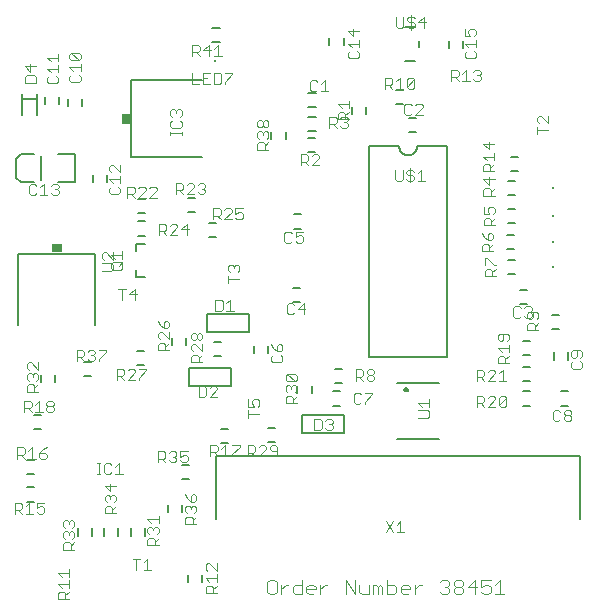
<source format=gto>
G75*
G70*
%OFA0B0*%
%FSLAX24Y24*%
%IPPOS*%
%LPD*%
%AMOC8*
5,1,8,0,0,1.08239X$1,22.5*
%
%ADD10C,0.0040*%
%ADD11C,0.0080*%
%ADD12C,0.0060*%
%ADD13C,0.0030*%
%ADD14R,0.0079X0.0079*%
%ADD15R,0.0340X0.0300*%
%ADD16C,0.0050*%
%ADD17R,0.0300X0.0340*%
D10*
X009337Y002972D02*
X009414Y002895D01*
X009567Y002895D01*
X009644Y002972D01*
X009644Y003279D01*
X009567Y003355D01*
X009414Y003355D01*
X009337Y003279D01*
X009337Y002972D01*
X009798Y003048D02*
X009951Y003202D01*
X010028Y003202D01*
X010181Y003125D02*
X010258Y003202D01*
X010488Y003202D01*
X010488Y003355D02*
X010488Y002895D01*
X010258Y002895D01*
X010181Y002972D01*
X010181Y003125D01*
X009798Y003202D02*
X009798Y002895D01*
X010641Y002972D02*
X010641Y003125D01*
X010718Y003202D01*
X010872Y003202D01*
X010948Y003125D01*
X010948Y003048D01*
X010641Y003048D01*
X010641Y002972D02*
X010718Y002895D01*
X010872Y002895D01*
X011102Y002895D02*
X011102Y003202D01*
X011255Y003202D02*
X011332Y003202D01*
X011255Y003202D02*
X011102Y003048D01*
X011946Y002895D02*
X011946Y003355D01*
X012253Y002895D01*
X012253Y003355D01*
X012406Y003202D02*
X012406Y002972D01*
X012483Y002895D01*
X012713Y002895D01*
X012713Y003202D01*
X012867Y003202D02*
X012943Y003202D01*
X013020Y003125D01*
X013097Y003202D01*
X013173Y003125D01*
X013173Y002895D01*
X013020Y002895D02*
X013020Y003125D01*
X012867Y003202D02*
X012867Y002895D01*
X013327Y002895D02*
X013557Y002895D01*
X013634Y002972D01*
X013634Y003125D01*
X013557Y003202D01*
X013327Y003202D01*
X013327Y003355D02*
X013327Y002895D01*
X013787Y002972D02*
X013864Y002895D01*
X014017Y002895D01*
X014094Y003048D02*
X013787Y003048D01*
X013787Y002972D02*
X013787Y003125D01*
X013864Y003202D01*
X014017Y003202D01*
X014094Y003125D01*
X014094Y003048D01*
X014248Y003048D02*
X014401Y003202D01*
X014478Y003202D01*
X014248Y003202D02*
X014248Y002895D01*
X015092Y002972D02*
X015168Y002895D01*
X015322Y002895D01*
X015398Y002972D01*
X015398Y003048D01*
X015322Y003125D01*
X015245Y003125D01*
X015322Y003125D02*
X015398Y003202D01*
X015398Y003279D01*
X015322Y003355D01*
X015168Y003355D01*
X015092Y003279D01*
X015552Y003279D02*
X015552Y003202D01*
X015629Y003125D01*
X015782Y003125D01*
X015859Y003048D01*
X015859Y002972D01*
X015782Y002895D01*
X015629Y002895D01*
X015552Y002972D01*
X015552Y003048D01*
X015629Y003125D01*
X015782Y003125D02*
X015859Y003202D01*
X015859Y003279D01*
X015782Y003355D01*
X015629Y003355D01*
X015552Y003279D01*
X016012Y003125D02*
X016319Y003125D01*
X016473Y003125D02*
X016626Y003202D01*
X016703Y003202D01*
X016780Y003125D01*
X016780Y002972D01*
X016703Y002895D01*
X016549Y002895D01*
X016473Y002972D01*
X016473Y003125D02*
X016473Y003355D01*
X016780Y003355D01*
X016933Y003202D02*
X017086Y003355D01*
X017086Y002895D01*
X016933Y002895D02*
X017240Y002895D01*
X016242Y002895D02*
X016242Y003355D01*
X016012Y003125D01*
X013892Y004967D02*
X013652Y004967D01*
X013772Y004967D02*
X013772Y005328D01*
X013652Y005208D01*
X013524Y005328D02*
X013284Y004967D01*
X013524Y004967D02*
X013284Y005328D01*
X014094Y016611D02*
X014094Y017092D01*
X014034Y017032D02*
X014154Y017032D01*
X014214Y016972D01*
X014154Y016851D02*
X014034Y016851D01*
X013974Y016912D01*
X013974Y016972D01*
X014034Y017032D01*
X013846Y017032D02*
X013846Y016731D01*
X013786Y016671D01*
X013666Y016671D01*
X013606Y016731D01*
X013606Y017032D01*
X013974Y016731D02*
X014034Y016671D01*
X014154Y016671D01*
X014214Y016731D01*
X014214Y016791D01*
X014154Y016851D01*
X014342Y016912D02*
X014462Y017032D01*
X014462Y016671D01*
X014342Y016671D02*
X014582Y016671D01*
D11*
X014326Y017824D02*
X015326Y017824D01*
X015326Y010784D01*
X012726Y010784D01*
X012726Y017824D01*
X013726Y017824D01*
X013728Y017790D01*
X013734Y017757D01*
X013743Y017725D01*
X013756Y017694D01*
X013772Y017664D01*
X013791Y017637D01*
X013814Y017612D01*
X013839Y017589D01*
X013866Y017570D01*
X013896Y017554D01*
X013927Y017541D01*
X013959Y017532D01*
X013992Y017526D01*
X014026Y017524D01*
X014060Y017526D01*
X014093Y017532D01*
X014125Y017541D01*
X014156Y017554D01*
X014186Y017570D01*
X014213Y017589D01*
X014238Y017612D01*
X014261Y017637D01*
X014280Y017664D01*
X014296Y017694D01*
X014309Y017725D01*
X014318Y017757D01*
X014324Y017790D01*
X014326Y017824D01*
X014250Y020661D02*
X013912Y020661D01*
X014400Y021116D02*
X014400Y021327D01*
X014250Y021781D02*
X013912Y021781D01*
X007166Y020031D02*
X004806Y020031D01*
X004806Y017451D01*
X007166Y017451D01*
X005262Y014568D02*
X004947Y014568D01*
X004947Y014332D01*
X004947Y013702D02*
X004947Y013466D01*
X005262Y013466D01*
X003599Y014237D02*
X003599Y011877D01*
X003599Y014237D02*
X001019Y014237D01*
X001019Y011877D01*
X001128Y016615D02*
X000971Y016773D01*
X000971Y017403D01*
X001128Y017560D01*
X001561Y017560D01*
X002349Y017560D02*
X002939Y017560D01*
X002939Y016615D01*
X002349Y016615D01*
X001561Y016615D02*
X001128Y016615D01*
X001148Y018859D02*
X001148Y019410D01*
X001660Y019410D01*
X001660Y018859D01*
X001660Y019410D02*
X001660Y019568D01*
X001148Y019568D02*
X001148Y019410D01*
X007624Y007481D02*
X019750Y007481D01*
X019750Y005379D01*
X013906Y009703D02*
X013908Y009718D01*
X013914Y009731D01*
X013923Y009743D01*
X013934Y009752D01*
X013948Y009758D01*
X013963Y009760D01*
X013978Y009758D01*
X013991Y009752D01*
X014003Y009743D01*
X014012Y009732D01*
X014018Y009718D01*
X014020Y009703D01*
X014018Y009688D01*
X014012Y009675D01*
X014003Y009663D01*
X013992Y009654D01*
X013978Y009648D01*
X013963Y009646D01*
X013948Y009648D01*
X013935Y009654D01*
X013923Y009663D01*
X013914Y009674D01*
X013908Y009688D01*
X013906Y009703D01*
X007624Y007481D02*
X007624Y005379D01*
D12*
X006483Y005631D02*
X006483Y005867D01*
X006010Y005867D02*
X006010Y005631D01*
X005262Y005080D02*
X005262Y004843D01*
X004790Y004843D02*
X004790Y005080D01*
X004357Y005080D02*
X004357Y004843D01*
X003884Y004843D02*
X003884Y005080D01*
X003490Y005080D02*
X003490Y004843D01*
X003018Y004843D02*
X003018Y005080D01*
X001553Y005977D02*
X001317Y005977D01*
X001317Y006450D02*
X001553Y006450D01*
X001553Y006899D02*
X001317Y006899D01*
X001317Y007371D02*
X001553Y007371D01*
X001553Y008387D02*
X001790Y008387D01*
X001790Y008859D02*
X001553Y008859D01*
X001797Y009962D02*
X001797Y010198D01*
X002270Y010198D02*
X002270Y009962D01*
X003215Y010158D02*
X003451Y010158D01*
X003451Y010631D02*
X003215Y010631D01*
X004986Y010513D02*
X005223Y010513D01*
X005223Y010985D02*
X004986Y010985D01*
X006168Y011182D02*
X006168Y011418D01*
X006640Y011418D02*
X006640Y011182D01*
X007546Y011300D02*
X007782Y011300D01*
X007782Y010828D02*
X007546Y010828D01*
X008892Y010914D02*
X008892Y011151D01*
X009364Y011151D02*
X009364Y010914D01*
X010341Y009843D02*
X010341Y009607D01*
X010813Y009607D02*
X010813Y009843D01*
X011522Y009647D02*
X011758Y009647D01*
X011817Y009938D02*
X011581Y009938D01*
X011581Y010410D02*
X011817Y010410D01*
X011758Y009174D02*
X011522Y009174D01*
X009593Y008426D02*
X009357Y008426D01*
X009357Y007954D02*
X009593Y007954D01*
X008026Y007930D02*
X007790Y007930D01*
X007790Y008403D02*
X008026Y008403D01*
X006719Y007206D02*
X006483Y007206D01*
X006483Y006733D02*
X006719Y006733D01*
X006687Y003529D02*
X006687Y003292D01*
X007160Y003292D02*
X007160Y003529D01*
X013643Y008063D02*
X015062Y008063D01*
X015062Y009923D02*
X013643Y009923D01*
X010431Y012623D02*
X010195Y012623D01*
X010195Y013095D02*
X010431Y013095D01*
X010447Y015076D02*
X010211Y015076D01*
X010211Y015548D02*
X010447Y015548D01*
X010679Y017615D02*
X010916Y017615D01*
X010916Y018088D02*
X010679Y018088D01*
X010707Y018332D02*
X010943Y018332D01*
X010943Y018804D02*
X010707Y018804D01*
X010707Y019135D02*
X010943Y019135D01*
X010943Y019607D02*
X010707Y019607D01*
X009947Y018308D02*
X009947Y018072D01*
X009475Y018072D02*
X009475Y018308D01*
X012164Y018891D02*
X012164Y019127D01*
X012636Y019127D02*
X012636Y018891D01*
X013636Y019225D02*
X013872Y019225D01*
X013872Y019698D02*
X013636Y019698D01*
X014069Y018769D02*
X014305Y018769D01*
X014305Y018296D02*
X014069Y018296D01*
X015380Y021103D02*
X015380Y021340D01*
X015853Y021340D02*
X015853Y021103D01*
X017443Y017462D02*
X017679Y017462D01*
X017679Y016989D02*
X017443Y016989D01*
X017360Y016662D02*
X017597Y016662D01*
X017597Y016190D02*
X017360Y016190D01*
X017360Y015741D02*
X017597Y015741D01*
X017597Y015269D02*
X017360Y015269D01*
X017321Y014859D02*
X017557Y014859D01*
X017557Y014387D02*
X017321Y014387D01*
X017360Y014017D02*
X017597Y014017D01*
X017597Y013544D02*
X017360Y013544D01*
X017754Y013017D02*
X017990Y013017D01*
X017990Y012544D02*
X017754Y012544D01*
X018825Y012206D02*
X019061Y012206D01*
X019061Y011733D02*
X018825Y011733D01*
X018884Y010946D02*
X018884Y010710D01*
X019357Y010710D02*
X019357Y010946D01*
X019357Y009647D02*
X019120Y009647D01*
X019120Y009174D02*
X019357Y009174D01*
X018097Y009174D02*
X017860Y009174D01*
X017860Y009647D02*
X018097Y009647D01*
X018097Y010001D02*
X017860Y010001D01*
X017860Y010473D02*
X018097Y010473D01*
X018097Y010867D02*
X017860Y010867D01*
X017860Y011340D02*
X018097Y011340D01*
X011876Y021182D02*
X011876Y021418D01*
X011404Y021418D02*
X011404Y021182D01*
X007742Y021300D02*
X007506Y021300D01*
X007506Y021773D02*
X007742Y021773D01*
X004002Y016851D02*
X004002Y016615D01*
X003530Y016615D02*
X003530Y016851D01*
X005026Y016064D02*
X005262Y016064D01*
X005262Y015591D02*
X005026Y015591D01*
X005026Y015316D02*
X005262Y015316D01*
X005262Y014843D02*
X005026Y014843D01*
X006679Y015631D02*
X006916Y015631D01*
X006916Y016103D02*
X006679Y016103D01*
X007388Y015277D02*
X007624Y015277D01*
X007624Y014804D02*
X007388Y014804D01*
X003175Y019174D02*
X003175Y019410D01*
X002703Y019410D02*
X002703Y019174D01*
X002388Y019214D02*
X002388Y019450D01*
X001916Y019450D02*
X001916Y019214D01*
D13*
X002357Y002915D02*
X002357Y002730D01*
X002727Y002730D01*
X002604Y002730D02*
X002604Y002915D01*
X002542Y002977D01*
X002418Y002977D01*
X002357Y002915D01*
X002480Y003098D02*
X002357Y003222D01*
X002727Y003222D01*
X002727Y003345D02*
X002727Y003098D01*
X002727Y002977D02*
X002604Y002853D01*
X002727Y003467D02*
X002727Y003713D01*
X002727Y003590D02*
X002357Y003590D01*
X002480Y003467D01*
X002531Y004369D02*
X002531Y004554D01*
X002593Y004615D01*
X002716Y004615D01*
X002778Y004554D01*
X002778Y004369D01*
X002778Y004492D02*
X002901Y004615D01*
X002839Y004737D02*
X002901Y004799D01*
X002901Y004922D01*
X002839Y004984D01*
X002778Y004984D01*
X002716Y004922D01*
X002716Y004860D01*
X002716Y004922D02*
X002654Y004984D01*
X002593Y004984D01*
X002531Y004922D01*
X002531Y004799D01*
X002593Y004737D01*
X002593Y005105D02*
X002531Y005167D01*
X002531Y005290D01*
X002593Y005352D01*
X002654Y005352D01*
X002716Y005290D01*
X002778Y005352D01*
X002839Y005352D01*
X002901Y005290D01*
X002901Y005167D01*
X002839Y005105D01*
X002716Y005229D02*
X002716Y005290D01*
X001898Y005631D02*
X001836Y005569D01*
X001712Y005569D01*
X001651Y005631D01*
X001651Y005754D02*
X001774Y005816D01*
X001836Y005816D01*
X001898Y005754D01*
X001898Y005631D01*
X001651Y005754D02*
X001651Y005940D01*
X001898Y005940D01*
X001529Y005569D02*
X001282Y005569D01*
X001161Y005569D02*
X001037Y005693D01*
X001099Y005693D02*
X000914Y005693D01*
X000914Y005569D02*
X000914Y005940D01*
X001099Y005940D01*
X001161Y005878D01*
X001161Y005754D01*
X001099Y005693D01*
X001282Y005816D02*
X001406Y005940D01*
X001406Y005569D01*
X002531Y004369D02*
X002901Y004369D01*
X003922Y005582D02*
X003922Y005767D01*
X003984Y005829D01*
X004107Y005829D01*
X004169Y005767D01*
X004169Y005582D01*
X004292Y005582D02*
X003922Y005582D01*
X004169Y005706D02*
X004292Y005829D01*
X004230Y005950D02*
X004292Y006012D01*
X004292Y006136D01*
X004230Y006197D01*
X004169Y006197D01*
X004107Y006136D01*
X004107Y006074D01*
X004107Y006136D02*
X004045Y006197D01*
X003984Y006197D01*
X003922Y006136D01*
X003922Y006012D01*
X003984Y005950D01*
X004107Y006319D02*
X004107Y006566D01*
X004292Y006504D02*
X003922Y006504D01*
X004107Y006319D01*
X004080Y006891D02*
X003956Y006891D01*
X003895Y006952D01*
X003895Y007199D01*
X003956Y007261D01*
X004080Y007261D01*
X004141Y007199D01*
X004263Y007138D02*
X004386Y007261D01*
X004386Y006891D01*
X004263Y006891D02*
X004510Y006891D01*
X004141Y006952D02*
X004080Y006891D01*
X003773Y006891D02*
X003649Y006891D01*
X003711Y006891D02*
X003711Y007261D01*
X003649Y007261D02*
X003773Y007261D01*
X002151Y008963D02*
X002027Y008963D01*
X001966Y009025D01*
X001966Y009086D01*
X002027Y009148D01*
X002151Y009148D01*
X002212Y009086D01*
X002212Y009025D01*
X002151Y008963D01*
X002151Y009148D02*
X002212Y009210D01*
X002212Y009272D01*
X002151Y009333D01*
X002027Y009333D01*
X001966Y009272D01*
X001966Y009210D01*
X002027Y009148D01*
X001844Y008963D02*
X001597Y008963D01*
X001476Y008963D02*
X001352Y009086D01*
X001414Y009086D02*
X001229Y009086D01*
X001229Y008963D02*
X001229Y009333D01*
X001414Y009333D01*
X001476Y009272D01*
X001476Y009148D01*
X001414Y009086D01*
X001597Y009210D02*
X001721Y009333D01*
X001721Y008963D01*
X001694Y009637D02*
X001323Y009637D01*
X001323Y009822D01*
X001385Y009884D01*
X001509Y009884D01*
X001570Y009822D01*
X001570Y009637D01*
X001570Y009761D02*
X001694Y009884D01*
X001632Y010006D02*
X001694Y010067D01*
X001694Y010191D01*
X001632Y010252D01*
X001570Y010252D01*
X001509Y010191D01*
X001509Y010129D01*
X001509Y010191D02*
X001447Y010252D01*
X001385Y010252D01*
X001323Y010191D01*
X001323Y010067D01*
X001385Y010006D01*
X001385Y010374D02*
X001323Y010436D01*
X001323Y010559D01*
X001385Y010621D01*
X001447Y010621D01*
X001694Y010374D01*
X001694Y010621D01*
X002976Y010669D02*
X002976Y011039D01*
X003161Y011039D01*
X003223Y010977D01*
X003223Y010854D01*
X003161Y010792D01*
X002976Y010792D01*
X003099Y010792D02*
X003223Y010669D01*
X003344Y010731D02*
X003406Y010669D01*
X003530Y010669D01*
X003591Y010731D01*
X003591Y010792D01*
X003530Y010854D01*
X003468Y010854D01*
X003530Y010854D02*
X003591Y010916D01*
X003591Y010977D01*
X003530Y011039D01*
X003406Y011039D01*
X003344Y010977D01*
X003713Y011039D02*
X003960Y011039D01*
X003960Y010977D01*
X003713Y010731D01*
X003713Y010669D01*
X004315Y010409D02*
X004315Y010039D01*
X004315Y010162D02*
X004500Y010162D01*
X004561Y010224D01*
X004561Y010348D01*
X004500Y010409D01*
X004315Y010409D01*
X004438Y010162D02*
X004561Y010039D01*
X004683Y010039D02*
X004930Y010286D01*
X004930Y010348D01*
X004868Y010409D01*
X004745Y010409D01*
X004683Y010348D01*
X004683Y010039D02*
X004930Y010039D01*
X005051Y010039D02*
X005051Y010101D01*
X005298Y010348D01*
X005298Y010409D01*
X005051Y010409D01*
X005693Y011015D02*
X005693Y011200D01*
X005755Y011262D01*
X005879Y011262D01*
X005940Y011200D01*
X005940Y011015D01*
X005940Y011139D02*
X006064Y011262D01*
X006064Y011383D02*
X005817Y011630D01*
X005755Y011630D01*
X005693Y011569D01*
X005693Y011445D01*
X005755Y011383D01*
X005693Y011015D02*
X006064Y011015D01*
X006064Y011383D02*
X006064Y011630D01*
X006002Y011752D02*
X006064Y011813D01*
X006064Y011937D01*
X006002Y011999D01*
X005940Y011999D01*
X005879Y011937D01*
X005879Y011752D01*
X006002Y011752D01*
X005879Y011752D02*
X005755Y011875D01*
X005693Y011999D01*
X004923Y012695D02*
X004923Y013065D01*
X004738Y012880D01*
X004985Y012880D01*
X004616Y013065D02*
X004370Y013065D01*
X004493Y013065D02*
X004493Y012695D01*
X004446Y013707D02*
X004199Y013707D01*
X004137Y013768D01*
X004137Y013892D01*
X004199Y013954D01*
X004446Y013954D01*
X004508Y013892D01*
X004508Y013768D01*
X004446Y013707D01*
X004384Y013830D02*
X004508Y013954D01*
X004508Y014075D02*
X004508Y014322D01*
X004508Y014198D02*
X004137Y014198D01*
X004261Y014075D01*
X004194Y014033D02*
X004194Y014280D01*
X004194Y014033D02*
X003947Y014280D01*
X003886Y014280D01*
X003824Y014219D01*
X003824Y014095D01*
X003886Y014033D01*
X003824Y013912D02*
X004133Y013912D01*
X004194Y013850D01*
X004194Y013727D01*
X004133Y013665D01*
X003824Y013665D01*
X005725Y014869D02*
X005725Y015239D01*
X005910Y015239D01*
X005972Y015177D01*
X005972Y015054D01*
X005910Y014992D01*
X005725Y014992D01*
X005849Y014992D02*
X005972Y014869D01*
X006093Y014869D02*
X006340Y015115D01*
X006340Y015177D01*
X006279Y015239D01*
X006155Y015239D01*
X006093Y015177D01*
X006093Y014869D02*
X006340Y014869D01*
X006462Y015054D02*
X006709Y015054D01*
X006647Y014869D02*
X006647Y015239D01*
X006462Y015054D01*
X005652Y016102D02*
X005406Y016102D01*
X005652Y016349D01*
X005652Y016411D01*
X005591Y016472D01*
X005467Y016472D01*
X005406Y016411D01*
X005284Y016411D02*
X005222Y016472D01*
X005099Y016472D01*
X005037Y016411D01*
X004916Y016411D02*
X004916Y016287D01*
X004854Y016225D01*
X004669Y016225D01*
X004669Y016102D02*
X004669Y016472D01*
X004854Y016472D01*
X004916Y016411D01*
X004792Y016225D02*
X004916Y016102D01*
X005037Y016102D02*
X005284Y016349D01*
X005284Y016411D01*
X005284Y016102D02*
X005037Y016102D01*
X004437Y016281D02*
X004437Y016404D01*
X004375Y016466D01*
X004437Y016587D02*
X004437Y016834D01*
X004437Y016956D02*
X004190Y017202D01*
X004128Y017202D01*
X004066Y017141D01*
X004066Y017017D01*
X004128Y016956D01*
X004066Y016711D02*
X004437Y016711D01*
X004437Y016956D02*
X004437Y017202D01*
X004066Y016711D02*
X004190Y016587D01*
X004128Y016466D02*
X004066Y016404D01*
X004066Y016281D01*
X004128Y016219D01*
X004375Y016219D01*
X004437Y016281D01*
X006283Y016220D02*
X006283Y016590D01*
X006468Y016590D01*
X006530Y016529D01*
X006530Y016405D01*
X006468Y016344D01*
X006283Y016344D01*
X006407Y016344D02*
X006530Y016220D01*
X006651Y016220D02*
X006898Y016467D01*
X006898Y016529D01*
X006837Y016590D01*
X006713Y016590D01*
X006651Y016529D01*
X006651Y016220D02*
X006898Y016220D01*
X007020Y016282D02*
X007081Y016220D01*
X007205Y016220D01*
X007267Y016282D01*
X007267Y016344D01*
X007205Y016405D01*
X007143Y016405D01*
X007205Y016405D02*
X007267Y016467D01*
X007267Y016529D01*
X007205Y016590D01*
X007081Y016590D01*
X007020Y016529D01*
X007536Y015751D02*
X007721Y015751D01*
X007783Y015689D01*
X007783Y015565D01*
X007721Y015504D01*
X007536Y015504D01*
X007660Y015504D02*
X007783Y015380D01*
X007904Y015380D02*
X008151Y015627D01*
X008151Y015689D01*
X008090Y015751D01*
X007966Y015751D01*
X007904Y015689D01*
X007904Y015380D02*
X008151Y015380D01*
X008273Y015442D02*
X008334Y015380D01*
X008458Y015380D01*
X008520Y015442D01*
X008520Y015565D01*
X008458Y015627D01*
X008396Y015627D01*
X008273Y015565D01*
X008273Y015751D01*
X008520Y015751D01*
X007536Y015751D02*
X007536Y015380D01*
X008096Y013873D02*
X008035Y013811D01*
X008035Y013688D01*
X008096Y013626D01*
X008035Y013505D02*
X008035Y013258D01*
X008035Y013381D02*
X008405Y013381D01*
X008343Y013626D02*
X008405Y013688D01*
X008405Y013811D01*
X008343Y013873D01*
X008281Y013873D01*
X008220Y013811D01*
X008220Y013749D01*
X008220Y013811D02*
X008158Y013873D01*
X008096Y013873D01*
X008092Y012709D02*
X007968Y012586D01*
X007847Y012647D02*
X007847Y012400D01*
X007785Y012339D01*
X007600Y012339D01*
X007600Y012709D01*
X007785Y012709D01*
X007847Y012647D01*
X007968Y012339D02*
X008215Y012339D01*
X008092Y012339D02*
X008092Y012709D01*
X007104Y011605D02*
X007166Y011543D01*
X007166Y011420D01*
X007104Y011358D01*
X007043Y011358D01*
X006981Y011420D01*
X006981Y011543D01*
X007043Y011605D01*
X007104Y011605D01*
X006981Y011543D02*
X006919Y011605D01*
X006858Y011605D01*
X006796Y011543D01*
X006796Y011420D01*
X006858Y011358D01*
X006919Y011358D01*
X006981Y011420D01*
X006919Y011237D02*
X006858Y011237D01*
X006796Y011175D01*
X006796Y011051D01*
X006858Y010990D01*
X006858Y010868D02*
X006796Y010807D01*
X006796Y010621D01*
X007166Y010621D01*
X007043Y010621D02*
X007043Y010807D01*
X006981Y010868D01*
X006858Y010868D01*
X007043Y010745D02*
X007166Y010868D01*
X007166Y010990D02*
X006919Y011237D01*
X007166Y011237D02*
X007166Y010990D01*
X007234Y009835D02*
X007049Y009835D01*
X007049Y009465D01*
X007234Y009465D01*
X007296Y009526D01*
X007296Y009773D01*
X007234Y009835D01*
X007417Y009773D02*
X007479Y009835D01*
X007602Y009835D01*
X007664Y009773D01*
X007664Y009712D01*
X007417Y009465D01*
X007664Y009465D01*
X008704Y009385D02*
X008704Y009138D01*
X008889Y009138D01*
X008827Y009261D01*
X008827Y009323D01*
X008889Y009385D01*
X009013Y009385D01*
X009074Y009323D01*
X009074Y009199D01*
X009013Y009138D01*
X009074Y008893D02*
X008704Y008893D01*
X008704Y009016D02*
X008704Y008769D01*
X008685Y007850D02*
X008870Y007850D01*
X008932Y007789D01*
X008932Y007665D01*
X008870Y007603D01*
X008685Y007603D01*
X008685Y007480D02*
X008685Y007850D01*
X009053Y007789D02*
X009115Y007850D01*
X009238Y007850D01*
X009300Y007789D01*
X009300Y007727D01*
X009053Y007480D01*
X009300Y007480D01*
X009421Y007542D02*
X009483Y007480D01*
X009606Y007480D01*
X009668Y007542D01*
X009668Y007789D01*
X009606Y007850D01*
X009483Y007850D01*
X009421Y007789D01*
X009421Y007727D01*
X009483Y007665D01*
X009668Y007665D01*
X008932Y007480D02*
X008808Y007603D01*
X008416Y007804D02*
X008416Y007866D01*
X008169Y007866D01*
X007924Y007866D02*
X007924Y007496D01*
X007801Y007496D02*
X008048Y007496D01*
X008169Y007496D02*
X008169Y007557D01*
X008416Y007804D01*
X007924Y007866D02*
X007801Y007743D01*
X007680Y007804D02*
X007680Y007681D01*
X007618Y007619D01*
X007433Y007619D01*
X007556Y007619D02*
X007680Y007496D01*
X007680Y007804D02*
X007618Y007866D01*
X007433Y007866D01*
X007433Y007496D01*
X006676Y007468D02*
X006676Y007345D01*
X006614Y007283D01*
X006491Y007283D01*
X006429Y007345D01*
X006308Y007345D02*
X006246Y007283D01*
X006123Y007283D01*
X006061Y007345D01*
X005939Y007283D02*
X005816Y007406D01*
X005878Y007406D02*
X005693Y007406D01*
X005693Y007283D02*
X005693Y007653D01*
X005878Y007653D01*
X005939Y007592D01*
X005939Y007468D01*
X005878Y007406D01*
X006061Y007592D02*
X006123Y007653D01*
X006246Y007653D01*
X006308Y007592D01*
X006308Y007530D01*
X006246Y007468D01*
X006308Y007406D01*
X006308Y007345D01*
X006246Y007468D02*
X006184Y007468D01*
X006429Y007468D02*
X006429Y007653D01*
X006676Y007653D01*
X006614Y007530D02*
X006676Y007468D01*
X006614Y007530D02*
X006553Y007530D01*
X006429Y007468D01*
X006599Y006211D02*
X006661Y006088D01*
X006784Y005964D01*
X006784Y006150D01*
X006846Y006211D01*
X006908Y006211D01*
X006969Y006150D01*
X006969Y006026D01*
X006908Y005964D01*
X006784Y005964D01*
X006722Y005843D02*
X006784Y005781D01*
X006846Y005843D01*
X006908Y005843D01*
X006969Y005781D01*
X006969Y005658D01*
X006908Y005596D01*
X006969Y005475D02*
X006846Y005351D01*
X006846Y005413D02*
X006846Y005228D01*
X006969Y005228D02*
X006599Y005228D01*
X006599Y005413D01*
X006661Y005475D01*
X006784Y005475D01*
X006846Y005413D01*
X006661Y005596D02*
X006599Y005658D01*
X006599Y005781D01*
X006661Y005843D01*
X006722Y005843D01*
X006784Y005781D02*
X006784Y005719D01*
X005709Y005503D02*
X005709Y005256D01*
X005709Y005379D02*
X005339Y005379D01*
X005463Y005256D01*
X005463Y005134D02*
X005401Y005134D01*
X005339Y005073D01*
X005339Y004949D01*
X005401Y004887D01*
X005401Y004766D02*
X005524Y004766D01*
X005586Y004704D01*
X005586Y004519D01*
X005709Y004519D02*
X005339Y004519D01*
X005339Y004704D01*
X005401Y004766D01*
X005586Y004643D02*
X005709Y004766D01*
X005648Y004887D02*
X005709Y004949D01*
X005709Y005073D01*
X005648Y005134D01*
X005586Y005134D01*
X005524Y005073D01*
X005524Y005011D01*
X005524Y005073D02*
X005463Y005134D01*
X005337Y004067D02*
X005337Y003697D01*
X005214Y003697D02*
X005461Y003697D01*
X005214Y003944D02*
X005337Y004067D01*
X005092Y004067D02*
X004846Y004067D01*
X004969Y004067D02*
X004969Y003697D01*
X007276Y003727D02*
X007338Y003665D01*
X007276Y003727D02*
X007276Y003850D01*
X007338Y003912D01*
X007400Y003912D01*
X007646Y003665D01*
X007646Y003912D01*
X007646Y003544D02*
X007646Y003297D01*
X007646Y003175D02*
X007523Y003052D01*
X007523Y003114D02*
X007523Y002929D01*
X007646Y002929D02*
X007276Y002929D01*
X007276Y003114D01*
X007338Y003175D01*
X007461Y003175D01*
X007523Y003114D01*
X007400Y003297D02*
X007276Y003420D01*
X007646Y003420D01*
X010907Y008362D02*
X011092Y008362D01*
X011154Y008424D01*
X011154Y008671D01*
X011092Y008733D01*
X010907Y008733D01*
X010907Y008362D01*
X011275Y008424D02*
X011337Y008362D01*
X011460Y008362D01*
X011522Y008424D01*
X011522Y008486D01*
X011460Y008548D01*
X011399Y008548D01*
X011460Y008548D02*
X011522Y008609D01*
X011522Y008671D01*
X011460Y008733D01*
X011337Y008733D01*
X011275Y008671D01*
X012221Y009300D02*
X012221Y009547D01*
X012283Y009609D01*
X012406Y009609D01*
X012468Y009547D01*
X012589Y009609D02*
X012836Y009609D01*
X012836Y009547D01*
X012589Y009300D01*
X012589Y009239D01*
X012468Y009300D02*
X012406Y009239D01*
X012283Y009239D01*
X012221Y009300D01*
X012280Y010010D02*
X012280Y010381D01*
X012465Y010381D01*
X012527Y010319D01*
X012527Y010195D01*
X012465Y010134D01*
X012280Y010134D01*
X012404Y010134D02*
X012527Y010010D01*
X012649Y010072D02*
X012649Y010134D01*
X012710Y010195D01*
X012834Y010195D01*
X012895Y010134D01*
X012895Y010072D01*
X012834Y010010D01*
X012710Y010010D01*
X012649Y010072D01*
X012710Y010195D02*
X012649Y010257D01*
X012649Y010319D01*
X012710Y010381D01*
X012834Y010381D01*
X012895Y010319D01*
X012895Y010257D01*
X012834Y010195D01*
X014367Y009263D02*
X014491Y009140D01*
X014367Y009018D02*
X014676Y009018D01*
X014738Y008957D01*
X014738Y008833D01*
X014676Y008771D01*
X014367Y008771D01*
X014367Y009263D02*
X014738Y009263D01*
X014738Y009140D02*
X014738Y009387D01*
X016323Y009504D02*
X016323Y009133D01*
X016323Y009257D02*
X016508Y009257D01*
X016569Y009319D01*
X016569Y009442D01*
X016508Y009504D01*
X016323Y009504D01*
X016446Y009257D02*
X016569Y009133D01*
X016691Y009133D02*
X016938Y009380D01*
X016938Y009442D01*
X016876Y009504D01*
X016753Y009504D01*
X016691Y009442D01*
X016691Y009133D02*
X016938Y009133D01*
X017059Y009195D02*
X017306Y009442D01*
X017306Y009195D01*
X017244Y009133D01*
X017121Y009133D01*
X017059Y009195D01*
X017059Y009442D01*
X017121Y009504D01*
X017244Y009504D01*
X017306Y009442D01*
X017306Y010000D02*
X017059Y010000D01*
X016938Y010000D02*
X016691Y010000D01*
X016938Y010246D01*
X016938Y010308D01*
X016876Y010370D01*
X016753Y010370D01*
X016691Y010308D01*
X016569Y010308D02*
X016569Y010185D01*
X016508Y010123D01*
X016323Y010123D01*
X016446Y010123D02*
X016569Y010000D01*
X016323Y010000D02*
X016323Y010370D01*
X016508Y010370D01*
X016569Y010308D01*
X017059Y010246D02*
X017183Y010370D01*
X017183Y010000D01*
X017266Y010589D02*
X017266Y010774D01*
X017204Y010836D01*
X017081Y010836D01*
X017019Y010774D01*
X017019Y010589D01*
X017389Y010589D01*
X017266Y010712D02*
X017389Y010836D01*
X017389Y010957D02*
X017389Y011204D01*
X017389Y011081D02*
X017019Y011081D01*
X017143Y010957D01*
X017143Y011326D02*
X017081Y011326D01*
X017019Y011387D01*
X017019Y011511D01*
X017081Y011572D01*
X017328Y011572D01*
X017389Y011511D01*
X017389Y011387D01*
X017328Y011326D01*
X017204Y011387D02*
X017204Y011572D01*
X017204Y011387D02*
X017143Y011326D01*
X017591Y012110D02*
X017715Y012110D01*
X017776Y012172D01*
X017898Y012172D02*
X017959Y012110D01*
X018083Y012110D01*
X018145Y012172D01*
X018145Y012233D01*
X018083Y012295D01*
X018021Y012295D01*
X018065Y012301D02*
X018003Y012239D01*
X018003Y012116D01*
X018065Y012054D01*
X018127Y012054D01*
X018188Y012116D01*
X018188Y012301D01*
X018145Y012357D02*
X018083Y012295D01*
X018065Y012301D02*
X018312Y012301D01*
X018374Y012239D01*
X018374Y012116D01*
X018312Y012054D01*
X018374Y011932D02*
X018250Y011809D01*
X018250Y011871D02*
X018250Y011686D01*
X018374Y011686D02*
X018003Y011686D01*
X018003Y011871D01*
X018065Y011932D01*
X018188Y011932D01*
X018250Y011871D01*
X018145Y012357D02*
X018145Y012418D01*
X018083Y012480D01*
X017959Y012480D01*
X017898Y012418D01*
X017776Y012418D02*
X017715Y012480D01*
X017591Y012480D01*
X017529Y012418D01*
X017529Y012172D01*
X017591Y012110D01*
X016956Y013489D02*
X016586Y013489D01*
X016586Y013674D01*
X016648Y013736D01*
X016771Y013736D01*
X016833Y013674D01*
X016833Y013489D01*
X016833Y013612D02*
X016956Y013736D01*
X016956Y013857D02*
X016895Y013857D01*
X016648Y014104D01*
X016586Y014104D01*
X016586Y013857D01*
X016491Y014316D02*
X016491Y014501D01*
X016553Y014562D01*
X016677Y014562D01*
X016738Y014501D01*
X016738Y014316D01*
X016738Y014439D02*
X016862Y014562D01*
X016800Y014684D02*
X016862Y014746D01*
X016862Y014869D01*
X016800Y014931D01*
X016738Y014931D01*
X016677Y014869D01*
X016677Y014684D01*
X016800Y014684D01*
X016677Y014684D02*
X016553Y014807D01*
X016491Y014931D01*
X016554Y015182D02*
X016554Y015367D01*
X016616Y015429D01*
X016740Y015429D01*
X016801Y015367D01*
X016801Y015182D01*
X016801Y015305D02*
X016925Y015429D01*
X016863Y015550D02*
X016925Y015612D01*
X016925Y015735D01*
X016863Y015797D01*
X016740Y015797D01*
X016678Y015735D01*
X016678Y015673D01*
X016740Y015550D01*
X016554Y015550D01*
X016554Y015797D01*
X016539Y016166D02*
X016539Y016351D01*
X016600Y016413D01*
X016724Y016413D01*
X016786Y016351D01*
X016786Y016166D01*
X016909Y016166D02*
X016539Y016166D01*
X016786Y016289D02*
X016909Y016413D01*
X016724Y016534D02*
X016724Y016781D01*
X016909Y016719D02*
X016539Y016719D01*
X016724Y016534D01*
X016774Y016983D02*
X016774Y017168D01*
X016712Y017230D01*
X016589Y017230D01*
X016527Y017168D01*
X016527Y016983D01*
X016897Y016983D01*
X016774Y017106D02*
X016897Y017230D01*
X016897Y017351D02*
X016897Y017598D01*
X016897Y017474D02*
X016527Y017474D01*
X016650Y017351D01*
X016712Y017719D02*
X016527Y017904D01*
X016897Y017904D01*
X016712Y017966D02*
X016712Y017719D01*
X018322Y018222D02*
X018322Y018469D01*
X018322Y018346D02*
X018692Y018346D01*
X018692Y018591D02*
X018445Y018837D01*
X018384Y018837D01*
X018322Y018776D01*
X018322Y018652D01*
X018384Y018591D01*
X018692Y018591D02*
X018692Y018837D01*
X016455Y020054D02*
X016393Y019993D01*
X016270Y019993D01*
X016208Y020054D01*
X016086Y019993D02*
X015840Y019993D01*
X015718Y019993D02*
X015595Y020116D01*
X015656Y020116D02*
X015471Y020116D01*
X015471Y019993D02*
X015471Y020363D01*
X015656Y020363D01*
X015718Y020301D01*
X015718Y020178D01*
X015656Y020116D01*
X015840Y020240D02*
X015963Y020363D01*
X015963Y019993D01*
X016208Y020301D02*
X016270Y020363D01*
X016393Y020363D01*
X016455Y020301D01*
X016455Y020240D01*
X016393Y020178D01*
X016455Y020116D01*
X016455Y020054D01*
X016393Y020178D02*
X016331Y020178D01*
X016225Y020746D02*
X015978Y020746D01*
X015917Y020808D01*
X015917Y020932D01*
X015978Y020993D01*
X016040Y021115D02*
X015917Y021238D01*
X016287Y021238D01*
X016287Y021115D02*
X016287Y021362D01*
X016225Y021483D02*
X016287Y021545D01*
X016287Y021668D01*
X016225Y021730D01*
X016102Y021730D01*
X016040Y021668D01*
X016040Y021606D01*
X016102Y021483D01*
X015917Y021483D01*
X015917Y021730D01*
X016225Y020993D02*
X016287Y020932D01*
X016287Y020808D01*
X016225Y020746D01*
X014550Y021771D02*
X014550Y022142D01*
X014364Y021957D01*
X014611Y021957D01*
X014243Y021895D02*
X014181Y021957D01*
X014058Y021957D01*
X013996Y022018D01*
X013996Y022080D01*
X014058Y022142D01*
X014181Y022142D01*
X014243Y022080D01*
X014120Y022203D02*
X014120Y021710D01*
X014058Y021771D02*
X014181Y021771D01*
X014243Y021833D01*
X014243Y021895D01*
X014058Y021771D02*
X013996Y021833D01*
X013875Y021833D02*
X013875Y022142D01*
X013628Y022142D02*
X013628Y021833D01*
X013690Y021771D01*
X013813Y021771D01*
X013875Y021833D01*
X012389Y021668D02*
X012019Y021668D01*
X012204Y021483D01*
X012204Y021730D01*
X012389Y021362D02*
X012389Y021115D01*
X012389Y021238D02*
X012019Y021238D01*
X012143Y021115D01*
X012081Y020993D02*
X012019Y020932D01*
X012019Y020808D01*
X012081Y020746D01*
X012328Y020746D01*
X012389Y020808D01*
X012389Y020932D01*
X012328Y020993D01*
X013257Y020109D02*
X013442Y020109D01*
X013503Y020047D01*
X013503Y019924D01*
X013442Y019862D01*
X013257Y019862D01*
X013380Y019862D02*
X013503Y019739D01*
X013625Y019739D02*
X013872Y019739D01*
X013748Y019739D02*
X013748Y020109D01*
X013625Y019985D01*
X013993Y020047D02*
X013993Y019800D01*
X014240Y020047D01*
X014240Y019800D01*
X014178Y019739D01*
X014055Y019739D01*
X013993Y019800D01*
X013993Y020047D02*
X014055Y020109D01*
X014178Y020109D01*
X014240Y020047D01*
X014332Y019243D02*
X014271Y019181D01*
X014332Y019243D02*
X014456Y019243D01*
X014517Y019181D01*
X014517Y019119D01*
X014271Y018872D01*
X014517Y018872D01*
X014149Y018934D02*
X014087Y018872D01*
X013964Y018872D01*
X013902Y018934D01*
X013902Y019181D01*
X013964Y019243D01*
X014087Y019243D01*
X014149Y019181D01*
X013257Y019739D02*
X013257Y020109D01*
X012060Y019339D02*
X012060Y019092D01*
X012060Y018971D02*
X011936Y018847D01*
X011960Y018806D02*
X011836Y018806D01*
X011774Y018744D01*
X011690Y018724D02*
X011690Y018909D01*
X011751Y018971D01*
X011875Y018971D01*
X011936Y018909D01*
X011936Y018724D01*
X011960Y018806D02*
X012021Y018744D01*
X012021Y018682D01*
X011960Y018621D01*
X012021Y018559D01*
X012021Y018497D01*
X011960Y018435D01*
X011836Y018435D01*
X011774Y018497D01*
X011653Y018435D02*
X011530Y018559D01*
X011591Y018559D02*
X011406Y018559D01*
X011406Y018435D02*
X011406Y018806D01*
X011591Y018806D01*
X011653Y018744D01*
X011653Y018621D01*
X011591Y018559D01*
X011690Y018724D02*
X012060Y018724D01*
X011960Y018621D02*
X011898Y018621D01*
X011813Y019092D02*
X011690Y019216D01*
X012060Y019216D01*
X011373Y019645D02*
X011126Y019645D01*
X011249Y019645D02*
X011249Y020016D01*
X011126Y019892D01*
X011005Y019954D02*
X010943Y020016D01*
X010819Y020016D01*
X010758Y019954D01*
X010758Y019707D01*
X010819Y019645D01*
X010943Y019645D01*
X011005Y019707D01*
X009371Y018630D02*
X009371Y018506D01*
X009309Y018445D01*
X009247Y018445D01*
X009186Y018506D01*
X009186Y018630D01*
X009247Y018692D01*
X009309Y018692D01*
X009371Y018630D01*
X009186Y018630D02*
X009124Y018692D01*
X009062Y018692D01*
X009001Y018630D01*
X009001Y018506D01*
X009062Y018445D01*
X009124Y018445D01*
X009186Y018506D01*
X009247Y018323D02*
X009309Y018323D01*
X009371Y018262D01*
X009371Y018138D01*
X009309Y018076D01*
X009371Y017955D02*
X009247Y017831D01*
X009247Y017893D02*
X009247Y017708D01*
X009371Y017708D02*
X009001Y017708D01*
X009001Y017893D01*
X009062Y017955D01*
X009186Y017955D01*
X009247Y017893D01*
X009062Y018076D02*
X009001Y018138D01*
X009001Y018262D01*
X009062Y018323D01*
X009124Y018323D01*
X009186Y018262D01*
X009247Y018323D01*
X009186Y018262D02*
X009186Y018200D01*
X010455Y017551D02*
X010455Y017181D01*
X010455Y017304D02*
X010640Y017304D01*
X010701Y017366D01*
X010701Y017489D01*
X010640Y017551D01*
X010455Y017551D01*
X010578Y017304D02*
X010701Y017181D01*
X010823Y017181D02*
X011070Y017428D01*
X011070Y017489D01*
X011008Y017551D01*
X010885Y017551D01*
X010823Y017489D01*
X010823Y017181D02*
X011070Y017181D01*
X010523Y014972D02*
X010276Y014972D01*
X010276Y014787D01*
X010399Y014849D01*
X010461Y014849D01*
X010523Y014787D01*
X010523Y014664D01*
X010461Y014602D01*
X010337Y014602D01*
X010276Y014664D01*
X010154Y014664D02*
X010093Y014602D01*
X009969Y014602D01*
X009907Y014664D01*
X009907Y014911D01*
X009969Y014972D01*
X010093Y014972D01*
X010154Y014911D01*
X010174Y012585D02*
X010051Y012585D01*
X009989Y012524D01*
X009989Y012277D01*
X010051Y012215D01*
X010174Y012215D01*
X010236Y012277D01*
X010357Y012400D02*
X010604Y012400D01*
X010542Y012215D02*
X010542Y012585D01*
X010357Y012400D01*
X010236Y012524D02*
X010174Y012585D01*
X009776Y011226D02*
X009715Y011226D01*
X009653Y011164D01*
X009653Y010979D01*
X009776Y010979D01*
X009838Y011041D01*
X009838Y011164D01*
X009776Y011226D01*
X009530Y011103D02*
X009653Y010979D01*
X009530Y010858D02*
X009468Y010796D01*
X009468Y010673D01*
X009530Y010611D01*
X009776Y010611D01*
X009838Y010673D01*
X009838Y010796D01*
X009776Y010858D01*
X009530Y011103D02*
X009468Y011226D01*
X010007Y010227D02*
X010254Y009980D01*
X010316Y010042D01*
X010316Y010165D01*
X010254Y010227D01*
X010007Y010227D01*
X009945Y010165D01*
X009945Y010042D01*
X010007Y009980D01*
X010254Y009980D01*
X010254Y009859D02*
X010316Y009797D01*
X010316Y009674D01*
X010254Y009612D01*
X010316Y009490D02*
X010192Y009367D01*
X010192Y009429D02*
X010192Y009244D01*
X010316Y009244D02*
X009945Y009244D01*
X009945Y009429D01*
X010007Y009490D01*
X010131Y009490D01*
X010192Y009429D01*
X010007Y009612D02*
X009945Y009674D01*
X009945Y009797D01*
X010007Y009859D01*
X010069Y009859D01*
X010131Y009797D01*
X010192Y009859D01*
X010254Y009859D01*
X010131Y009797D02*
X010131Y009735D01*
X016491Y014316D02*
X016862Y014316D01*
X016925Y015182D02*
X016554Y015182D01*
X019522Y011021D02*
X019460Y010960D01*
X019460Y010836D01*
X019522Y010774D01*
X019583Y010774D01*
X019645Y010836D01*
X019645Y011021D01*
X019522Y011021D02*
X019769Y011021D01*
X019830Y010960D01*
X019830Y010836D01*
X019769Y010774D01*
X019769Y010653D02*
X019830Y010591D01*
X019830Y010468D01*
X019769Y010406D01*
X019522Y010406D01*
X019460Y010468D01*
X019460Y010591D01*
X019522Y010653D01*
X019410Y009031D02*
X019286Y009031D01*
X019224Y008970D01*
X019224Y008908D01*
X019286Y008846D01*
X019410Y008846D01*
X019471Y008784D01*
X019471Y008723D01*
X019410Y008661D01*
X019286Y008661D01*
X019224Y008723D01*
X019224Y008784D01*
X019286Y008846D01*
X019410Y008846D02*
X019471Y008908D01*
X019471Y008970D01*
X019410Y009031D01*
X019103Y008970D02*
X019041Y009031D01*
X018918Y009031D01*
X018856Y008970D01*
X018856Y008723D01*
X018918Y008661D01*
X019041Y008661D01*
X019103Y008723D01*
X007928Y019965D02*
X008175Y020212D01*
X008175Y020274D01*
X007928Y020274D01*
X007807Y020212D02*
X007807Y019965D01*
X007745Y019903D01*
X007560Y019903D01*
X007560Y020274D01*
X007745Y020274D01*
X007807Y020212D01*
X007928Y019965D02*
X007928Y019903D01*
X007439Y019903D02*
X007192Y019903D01*
X007192Y020274D01*
X007439Y020274D01*
X007315Y020089D02*
X007192Y020089D01*
X007070Y019903D02*
X006824Y019903D01*
X006824Y020274D01*
X006834Y020826D02*
X006834Y021197D01*
X007019Y021197D01*
X007081Y021135D01*
X007081Y021012D01*
X007019Y020950D01*
X006834Y020950D01*
X006958Y020950D02*
X007081Y020826D01*
X007203Y021012D02*
X007449Y021012D01*
X007571Y021073D02*
X007694Y021197D01*
X007694Y020826D01*
X007571Y020826D02*
X007818Y020826D01*
X007388Y020826D02*
X007388Y021197D01*
X007203Y021012D01*
X006416Y019044D02*
X006478Y018982D01*
X006478Y018859D01*
X006416Y018797D01*
X006416Y018676D02*
X006478Y018614D01*
X006478Y018491D01*
X006416Y018429D01*
X006169Y018429D01*
X006107Y018491D01*
X006107Y018614D01*
X006169Y018676D01*
X006169Y018797D02*
X006107Y018859D01*
X006107Y018982D01*
X006169Y019044D01*
X006231Y019044D01*
X006293Y018982D01*
X006354Y019044D01*
X006416Y019044D01*
X006293Y018982D02*
X006293Y018921D01*
X006478Y018307D02*
X006478Y018183D01*
X006478Y018245D02*
X006107Y018245D01*
X006107Y018183D02*
X006107Y018307D01*
X003111Y020014D02*
X003111Y020137D01*
X003049Y020199D01*
X003111Y020320D02*
X003111Y020567D01*
X003111Y020444D02*
X002741Y020444D01*
X002864Y020320D01*
X002802Y020199D02*
X002741Y020137D01*
X002741Y020014D01*
X002802Y019952D01*
X003049Y019952D01*
X003111Y020014D01*
X003049Y020689D02*
X002802Y020689D01*
X002741Y020750D01*
X002741Y020874D01*
X002802Y020936D01*
X003049Y020689D01*
X003111Y020750D01*
X003111Y020874D01*
X003049Y020936D01*
X002802Y020936D01*
X002363Y020896D02*
X002363Y020649D01*
X002363Y020528D02*
X002363Y020281D01*
X002363Y020405D02*
X001993Y020405D01*
X002116Y020281D01*
X002054Y020160D02*
X001993Y020098D01*
X001993Y019974D01*
X002054Y019913D01*
X002301Y019913D01*
X002363Y019974D01*
X002363Y020098D01*
X002301Y020160D01*
X002116Y020649D02*
X001993Y020773D01*
X002363Y020773D01*
X001619Y020495D02*
X001248Y020495D01*
X001434Y020310D01*
X001434Y020557D01*
X001557Y020188D02*
X001310Y020188D01*
X001248Y020127D01*
X001248Y019942D01*
X001619Y019942D01*
X001619Y020127D01*
X001557Y020188D01*
X001578Y016569D02*
X001454Y016569D01*
X001393Y016507D01*
X001393Y016260D01*
X001454Y016198D01*
X001578Y016198D01*
X001639Y016260D01*
X001761Y016198D02*
X002008Y016198D01*
X001884Y016198D02*
X001884Y016569D01*
X001761Y016445D01*
X001639Y016507D02*
X001578Y016569D01*
X002129Y016507D02*
X002191Y016569D01*
X002314Y016569D01*
X002376Y016507D01*
X002376Y016445D01*
X002314Y016383D01*
X002376Y016322D01*
X002376Y016260D01*
X002314Y016198D01*
X002191Y016198D01*
X002129Y016260D01*
X002253Y016383D02*
X002314Y016383D01*
X001983Y007779D02*
X001860Y007718D01*
X001736Y007594D01*
X001921Y007594D01*
X001983Y007532D01*
X001983Y007471D01*
X001921Y007409D01*
X001798Y007409D01*
X001736Y007471D01*
X001736Y007594D01*
X001615Y007409D02*
X001368Y007409D01*
X001247Y007409D02*
X001123Y007532D01*
X001185Y007532D02*
X001000Y007532D01*
X001000Y007409D02*
X001000Y007779D01*
X001185Y007779D01*
X001247Y007718D01*
X001247Y007594D01*
X001185Y007532D01*
X001368Y007656D02*
X001491Y007779D01*
X001491Y007409D01*
D14*
X007585Y020670D03*
X018849Y016426D03*
X018849Y015505D03*
X018849Y014623D03*
X018849Y013780D03*
D15*
X002309Y014427D03*
D16*
X001805Y016688D02*
X001805Y017488D01*
X007318Y012230D02*
X007318Y011630D01*
X008718Y011630D01*
X008718Y012230D01*
X007318Y012230D01*
X006727Y010419D02*
X006727Y009819D01*
X008127Y009819D01*
X008127Y010419D01*
X006727Y010419D01*
X010507Y008844D02*
X010507Y008244D01*
X011907Y008244D01*
X011907Y008844D01*
X010507Y008844D01*
D17*
X004616Y018741D03*
M02*

</source>
